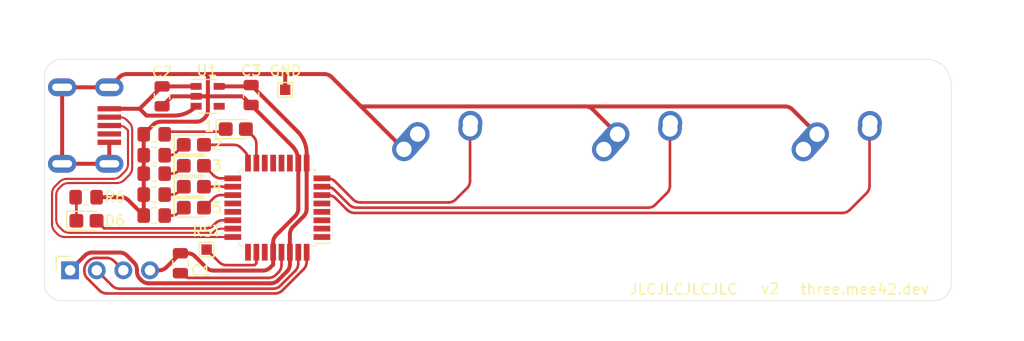
<source format=kicad_pcb>
(kicad_pcb (version 20211014) (generator pcbnew)
  (layers (0 "F.Cu" signal) (31 "B.Cu" signal) (34 "B.Paste" user) (35 "F.Paste" user) (36 "B.SilkS" user "B.Silkscreen") (37 "F.SilkS" user "F.Silkscreen") (38 "B.Mask" user) (39 "F.Mask" user) (44 "Edge.Cuts" user))
  (net 0 "")
  (net 1 "Net-(C1-Pad2)")
  (net 2 "GND")
  (net 3 "+3V3")
  (net 4 "KEY1")
  (net 5 "KEY2")
  (net 6 "KEY3")
  (net 7 "SWDIO")
  (net 8 "SWCLK")
  (net 9 "D+")
  (net 10 "D-")
  (net 16 "/5V")
  (net 21 "Net-(U2-Pad26)")
  (net 22 "LED0")
  (net 23 "LED1")
  (net 24 "LED2")
  (net 25 "LED3")
  (net 26 "LED4")
  (net 27 "LED5")
  (net 30 "Net-(D1-Pad1)")
  (net 31 "Net-(D2-Pad1)")
  (net 32 "Net-(D3-Pad1)")
  (net 33 "Net-(D4-Pad1)")
  (net 34 "Net-(D5-Pad1)")
  (net 35 "Net-(D6-Pad1)")
  (footprint "Capacitor_SMD:C_0805_2012Metric" (layer "F.Cu") (at 104.25 71.05 -90)
    (fp_text reference "C1" (at 0.7 -2 180) (layer "F.SilkS"))
    (fp_text value "1uF")
    (fp_line (start -0.261252 -0.735) (end 0.261252 -0.735) (layer "F.SilkS") (width 0.12))
    (fp_line (start -0.261252 0.735) (end 0.261252 0.735) (layer "F.SilkS") (width 0.12))
    (pad "1" smd roundrect locked (at -0.95 0 270) (size 1 1.45) (layers "F.Cu" "F.Paste" "F.Mask") (net 2 "GND"))
    (pad "2" smd roundrect locked (at 0.95 0 270) (size 1 1.45) (layers "F.Cu" "F.Paste" "F.Mask") (net 1 "Net-(C1-Pad2)"))
  )
  (footprint "Capacitor_SMD:C_0805_2012Metric" (layer "F.Cu") (at 102.5 55.125 -90)
    (fp_text reference "C2" (at -2.325 0 180) (layer "F.SilkS"))
    (fp_text value "1uF")
    (fp_line (start -0.261252 0.735) (end 0.261252 0.735) (layer "F.SilkS") (width 0.12))
    (fp_line (start -0.261252 -0.735) (end 0.261252 -0.735) (layer "F.SilkS") (width 0.12))
    (pad "1" smd roundrect locked (at -0.95 0 270) (size 1 1.45) (layers "F.Cu" "F.Paste" "F.Mask") (net 16 "/5V"))
    (pad "2" smd roundrect locked (at 0.95 0 270) (size 1 1.45) (layers "F.Cu" "F.Paste" "F.Mask") (net 2 "GND"))
  )
  (footprint "Capacitor_SMD:C_0805_2012Metric" (layer "F.Cu") (at 111 55 -90)
    (fp_text reference "C3" (at -2.325 0 180) (layer "F.SilkS"))
    (fp_text value "1uF")
    (fp_line (start -0.261252 0.735) (end 0.261252 0.735) (layer "F.SilkS") (width 0.12))
    (fp_line (start -0.261252 -0.735) (end 0.261252 -0.735) (layer "F.SilkS") (width 0.12))
    (pad "1" smd roundrect locked (at -0.95 0 270) (size 1 1.45) (layers "F.Cu" "F.Paste" "F.Mask") (net 3 "+3V3"))
    (pad "2" smd roundrect locked (at 0.95 0 270) (size 1 1.45) (layers "F.Cu" "F.Paste" "F.Mask") (net 2 "GND"))
  )
  (footprint "LED_SMD:LED_0805_2012Metric_Castellated" (layer "F.Cu") (at 109.5375 58.25)
    (fp_text reference "1" (at -2.5375 -0.25) (layer "F.SilkS"))
    (fp_text value "LED")
    (fp_line (start -1.885 0.91) (end 1 0.91) (layer "F.SilkS") (width 0.12))
    (fp_line (start -1.885 -0.91) (end -1.885 0.91) (layer "F.SilkS") (width 0.12))
    (fp_line (start 1 -0.91) (end -1.885 -0.91) (layer "F.SilkS") (width 0.12))
    (pad "1" smd roundrect locked (at -0.9625 0) (size 1.325 1.3) (layers "F.Cu" "F.Paste" "F.Mask") (roundrect_rratio 0.192308) (net 30 "Net-(D1-Pad1)"))
    (pad "2" smd roundrect locked (at 0.9625 0) (size 1.325 1.3) (layers "F.Cu" "F.Paste" "F.Mask") (roundrect_rratio 0.192308) (net 22 "LED0"))
  )
  (footprint "MX_Alps_Hybrid:MX-1U-NoLED" (layer "F.Cu") (at 129.39 62.724)
    (fp_text reference "MX1")
    (fp_text value "MX-NoLED")
    (pad "" np_thru_hole circle locked (at 5.08 0 48.0996) (size 1.75 1.75) (drill 1.75) (layers *.Cu *.Mask))
    (pad "" np_thru_hole circle locked (at -5.08 0 48.0996) (size 1.75 1.75) (drill 1.75) (layers *.Cu *.Mask))
    (pad "" np_thru_hole circle locked (at 0 0) (size 3.9878 3.9878) (drill 3.9878) (layers *.Cu *.Mask))
    (pad "1" thru_hole oval locked (at -3.81 -2.54 48.0996) (size 4.211556 2.25) (drill 1.47 (offset 0.980778 0)) (layers *.Cu "B.Mask") (net 2 "GND"))
    (pad "1" thru_hole circle locked (at -2.5 -4) (size 2.25 2.25) (drill 1.47) (layers *.Cu "B.Mask") (net 2 "GND"))
    (pad "2" thru_hole oval locked (at 2.5 -4.5 86.0548) (size 2.831378 2.25) (drill 1.47 (offset 0.290689 0)) (layers *.Cu "B.Mask") (net 4 "KEY1"))
    (pad "2" thru_hole circle locked (at 2.54 -5.08) (size 2.25 2.25) (drill 1.47) (layers *.Cu "B.Mask") (net 4 "KEY1"))
  )
  (footprint "MX_Alps_Hybrid:MX-1U-NoLED" (layer "F.Cu") (at 148.463 62.738)
    (fp_text reference "MX2")
    (fp_text value "MX-NoLED")
    (pad "" np_thru_hole circle locked (at 5.08 0 48.0996) (size 1.75 1.75) (drill 1.75) (layers *.Cu *.Mask))
    (pad "" np_thru_hole circle locked (at -5.08 0 48.0996) (size 1.75 1.75) (drill 1.75) (layers *.Cu *.Mask))
    (pad "" np_thru_hole circle locked (at 0 0) (size 3.9878 3.9878) (drill 3.9878) (layers *.Cu *.Mask))
    (pad "1" thru_hole oval locked (at -3.81 -2.54 48.0996) (size 4.211556 2.25) (drill 1.47 (offset 0.980778 0)) (layers *.Cu "B.Mask") (net 2 "GND"))
    (pad "1" thru_hole circle locked (at -2.5 -4) (size 2.25 2.25) (drill 1.47) (layers *.Cu "B.Mask") (net 2 "GND"))
    (pad "2" thru_hole circle locked (at 2.54 -5.08) (size 2.25 2.25) (drill 1.47) (layers *.Cu "B.Mask") (net 5 "KEY2"))
    (pad "2" thru_hole oval locked (at 2.5 -4.5 86.0548) (size 2.831378 2.25) (drill 1.47 (offset 0.290689 0)) (layers *.Cu "B.Mask") (net 5 "KEY2"))
  )
  (footprint "MX_Alps_Hybrid:MX-1U-NoLED" (layer "F.Cu") (at 167.513 62.738)
    (fp_text reference "MX3")
    (fp_text value "MX-NoLED")
    (pad "" np_thru_hole circle locked (at -5.08 0 48.0996) (size 1.75 1.75) (drill 1.75) (layers *.Cu *.Mask))
    (pad "" np_thru_hole circle locked (at 5.08 0 48.0996) (size 1.75 1.75) (drill 1.75) (layers *.Cu *.Mask))
    (pad "" np_thru_hole circle locked (at 0 0) (size 3.9878 3.9878) (drill 3.9878) (layers *.Cu *.Mask))
    (pad "1" thru_hole circle locked (at -2.5 -4) (size 2.25 2.25) (drill 1.47) (layers *.Cu "B.Mask") (net 2 "GND"))
    (pad "1" thru_hole oval locked (at -3.81 -2.54 48.0996) (size 4.211556 2.25) (drill 1.47 (offset 0.980778 0)) (layers *.Cu "B.Mask") (net 2 "GND"))
    (pad "2" thru_hole circle locked (at 2.54 -5.08) (size 2.25 2.25) (drill 1.47) (layers *.Cu "B.Mask") (net 6 "KEY3"))
    (pad "2" thru_hole oval locked (at 2.5 -4.5 86.0548) (size 2.831378 2.25) (drill 1.47 (offset 0.290689 0)) (layers *.Cu "B.Mask") (net 6 "KEY3"))
  )
  (footprint "Resistor_SMD:R_0805_2012Metric_Pad1.20x1.40mm_HandSolder" (layer "F.Cu") (at 101.75 58.75 180)
    (fp_text reference "R1" hide)
    (fp_text value "1.5K")
    (fp_line (start -0.227064 -0.735) (end 0.227064 -0.735) (layer "F.SilkS") (width 0.12))
    (fp_line (start -0.227064 0.735) (end 0.227064 0.735) (layer "F.SilkS") (width 0.12))
    (pad "1" smd roundrect locked (at -1 0 180) (size 1.2 1.4) (layers "F.Cu" "F.Paste" "F.Mask") (roundrect_rratio 0.208333) (net 30 "Net-(D1-Pad1)"))
    (pad "2" smd roundrect locked (at 1 0 180) (size 1.2 1.4) (layers "F.Cu" "F.Paste" "F.Mask") (roundrect_rratio 0.208333) (net 2 "GND"))
  )
  (footprint "Package_TO_SOT_SMD:SOT-23-5" (layer "F.Cu") (at 106.85 55.125)
    (fp_text reference "U1" (at -0.064 -2.45) (layer "F.SilkS"))
    (fp_text value "TLV70033_SOT23-5")
    (fp_line (start 0.9 -1.61) (end -1.55 -1.61) (layer "F.SilkS") (width 0.12))
    (fp_line (start -0.9 1.61) (end 0.9 1.61) (layer "F.SilkS") (width 0.12))
    (pad "1" smd rect locked (at -1.1 -0.95) (size 1.06 0.65) (layers "F.Cu" "F.Paste" "F.Mask") (net 16 "/5V"))
    (pad "2" smd rect locked (at -1.1 0) (size 1.06 0.65) (layers "F.Cu" "F.Paste" "F.Mask") (net 2 "GND"))
    (pad "3" smd rect locked (at -1.1 0.95) (size 1.06 0.65) (layers "F.Cu" "F.Paste" "F.Mask") (net 16 "/5V"))
    (pad "4" smd rect locked (at 1.1 0.95) (size 1.06 0.65) (layers "F.Cu" "F.Paste" "F.Mask"))
    (pad "5" smd rect locked (at 1.1 -0.95) (size 1.06 0.65) (layers "F.Cu" "F.Paste" "F.Mask") (net 3 "+3V3"))
  )
  (footprint "Package_QFP:TQFP-32_7x7mm_P0.8mm" (layer "F.Cu") (at 113.5 65.75 180)
    (fp_text reference "U2" hide)
    (fp_text value "ATSAMD21E17A-A")
    (fp_line (start -3.625 -3.625) (end -3.625 -3.4) (layer "F.SilkS") (width 0.15))
    (fp_line (start 3.625 -3.625) (end 3.3 -3.625) (layer "F.SilkS") (width 0.15))
    (fp_line (start -3.625 3.625) (end -3.3 3.625) (layer "F.SilkS") (width 0.15))
    (fp_line (start -3.625 3.625) (end -3.625 3.3) (layer "F.SilkS") (width 0.15))
    (fp_line (start -3.625 -3.625) (end -3.3 -3.625) (layer "F.SilkS") (width 0.15))
    (fp_line (start -3.625 -3.4) (end -5.05 -3.4) (layer "F.SilkS") (width 0.15))
    (fp_line (start 3.625 3.625) (end 3.3 3.625) (layer "F.SilkS") (width 0.15))
    (fp_line (start 3.625 3.625) (end 3.625 3.3) (layer "F.SilkS") (width 0.15))
    (fp_line (start 3.625 -3.625) (end 3.625 -3.3) (layer "F.SilkS") (width 0.15))
    (pad "1" smd rect locked (at -4.25 -2.8 180) (size 1.6 0.55) (layers "F.Cu" "F.Paste" "F.Mask"))
    (pad "2" smd rect locked (at -4.25 -2 180) (size 1.6 0.55) (layers "F.Cu" "F.Paste" "F.Mask"))
    (pad "3" smd rect locked (at -4.25 -1.2 180) (size 1.6 0.55) (layers "F.Cu" "F.Paste" "F.Mask"))
    (pad "4" smd rect locked (at -4.25 -0.4 180) (size 1.6 0.55) (layers "F.Cu" "F.Paste" "F.Mask"))
    (pad "5" smd rect locked (at -4.25 0.4 180) (size 1.6 0.55) (layers "F.Cu" "F.Paste" "F.Mask"))
    (pad "6" smd rect locked (at -4.25 1.2 180) (size 1.6 0.55) (layers "F.Cu" "F.Paste" "F.Mask") (net 6 "KEY3"))
    (pad "7" smd rect locked (at -4.25 2 180) (size 1.6 0.55) (layers "F.Cu" "F.Paste" "F.Mask") (net 5 "KEY2"))
    (pad "8" smd rect locked (at -4.25 2.8 180) (size 1.6 0.55) (layers "F.Cu" "F.Paste" "F.Mask") (net 4 "KEY1"))
    (pad "9" smd rect locked (at -2.8 4.25 270) (size 1.6 0.55) (layers "F.Cu" "F.Paste" "F.Mask") (net 3 "+3V3"))
    (pad "10" smd rect locked (at -2 4.25 270) (size 1.6 0.55) (layers "F.Cu" "F.Paste" "F.Mask") (net 2 "GND"))
    (pad "11" smd rect locked (at -1.2 4.25 270) (size 1.6 0.55) (layers "F.Cu" "F.Paste" "F.Mask"))
    (pad "12" smd rect locked (at -0.4 4.25 270) (size 1.6 0.55) (layers "F.Cu" "F.Paste" "F.Mask"))
    (pad "13" smd rect locked (at 0.4 4.25 270) (size 1.6 0.55) (layers "F.Cu" "F.Paste" "F.Mask"))
    (pad "14" smd rect locked (at 1.2 4.25 270) (size 1.6 0.55) (layers "F.Cu" "F.Paste" "F.Mask"))
    (pad "15" smd rect locked (at 2 4.25 270) (size 1.6 0.55) (layers "F.Cu" "F.Paste" "F.Mask") (net 22 "LED0"))
    (pad "16" smd rect locked (at 2.8 4.25 270) (size 1.6 0.55) (layers "F.Cu" "F.Paste" "F.Mask") (net 23 "LED1"))
    (pad "17" smd rect locked (at 4.25 2.8 180) (size 1.6 0.55) (layers "F.Cu" "F.Paste" "F.Mask") (net 24 "LED2"))
    (pad "18" smd rect locked (at 4.25 2 180) (size 1.6 0.55) (layers "F.Cu" "F.Paste" "F.Mask") (net 25 "LED3"))
    (pad "19" smd rect locked (at 4.25 1.2 180) (size 1.6 0.55) (layers "F.Cu" "F.Paste" "F.Mask") (net 26 "LED4"))
    (pad "20" smd rect locked (at 4.25 0.4 180) (size 1.6 0.55) (layers "F.Cu" "F.Paste" "F.Mask"))
    (pad "21" smd rect locked (at 4.25 -0.4 180) (size 1.6 0.55) (layers "F.Cu" "F.Paste" "F.Mask"))
    (pad "22" smd rect locked (at 4.25 -1.2 180) (size 1.6 0.55) (layers "F.Cu" "F.Paste" "F.Mask") (net 27 "LED5"))
    (pad "23" smd rect locked (at 4.25 -2 180) (size 1.6 0.55) (layers "F.Cu" "F.Paste" "F.Mask") (net 10 "D-"))
    (pad "24" smd rect locked (at 4.25 -2.8 180) (size 1.6 0.55) (layers "F.Cu" "F.Paste" "F.Mask") (net 9 "D+"))
    (pad "25" smd rect locked (at 2.8 -4.25 270) (size 1.6 0.55) (layers "F.Cu" "F.Paste" "F.Mask"))
    (pad "26" smd rect locked (at 2 -4.25 270) (size 1.6 0.55) (layers "F.Cu" "F.Paste" "F.Mask") (net 21 "Net-(U2-Pad26)"))
    (pad "27" smd rect locked (at 1.2 -4.25 270) (size 1.6 0.55) (layers "F.Cu" "F.Paste" "F.Mask"))
    (pad "28" smd rect locked (at 0.4 -4.25 270) (size 1.6 0.55) (layers "F.Cu" "F.Paste" "F.Mask") (net 2 "GND"))
    (pad "29" smd rect locked (at -0.4 -4.25 270) (size 1.6 0.55) (layers "F.Cu" "F.Paste" "F.Mask") (net 1 "Net-(C1-Pad2)"))
    (pad "30" smd rect locked (at -1.2 -4.25 270) (size 1.6 0.55) (layers "F.Cu" "F.Paste" "F.Mask") (net 3 "+3V3"))
    (pad "31" smd rect locked (at -2 -4.25 270) (size 1.6 0.55) (layers "F.Cu" "F.Paste" "F.Mask") (net 8 "SWCLK"))
    (pad "32" smd rect locked (at -2.8 -4.25 270) (size 1.6 0.55) (layers "F.Cu" "F.Paste" "F.Mask") (net 7 "SWDIO"))
  )
  (footprint "random_parts2:Molex-0548190589" (layer "F.Cu") (at 92.964 57.912)
    (fp_text reference "USB1" hide)
    (fp_text value "Molex-0548190589")
    (pad "1" smd rect locked (at 4.5 1.6) (size 2.25 0.5) (layers "F.Cu" "F.Paste" "F.Mask") (net 2 "GND"))
    (pad "2" smd rect locked (at 4.5 0.8) (size 2.25 0.5) (layers "F.Cu" "F.Paste" "F.Mask"))
    (pad "3" smd rect locked (at 4.5 0) (size 2.25 0.5) (layers "F.Cu" "F.Paste" "F.Mask") (net 9 "D+"))
    (pad "4" smd rect locked (at 4.5 -0.8) (size 2.25 0.5) (layers "F.Cu" "F.Paste" "F.Mask") (net 10 "D-"))
    (pad "5" smd rect locked (at 4.5 -1.6) (size 2.25 0.5) (layers "F.Cu" "F.Paste" "F.Mask") (net 16 "/5V"))
    (pad "6" thru_hole oval locked (at 0 3.65) (size 2.7 1.7) (drill oval 1.9 0.7) (layers *.Cu *.Mask) (net 2 "GND"))
    (pad "6" thru_hole oval locked (at 0 -3.65) (size 2.7 1.7) (drill oval 1.9 0.7) (layers *.Cu *.Mask) (net 2 "GND"))
    (pad "6" thru_hole oval locked (at 4.5 -3.65) (size 2.7 1.7) (drill oval 1.9 0.7) (layers *.Cu *.Mask) (net 2 "GND"))
    (pad "6" thru_hole oval locked (at 4.5 3.65) (size 2.7 1.7) (drill oval 1.9 0.7) (layers *.Cu *.Mask) (net 2 "GND"))
  )
  (footprint "Connector_PinSocket_2.54mm:PinSocket_1x04_P2.54mm_Vertical" (layer "F.Cu") (at 93.726 71.725 90)
    (fp_text reference "J1" hide)
    (fp_text value "Conn_01x04_Male")
    (fp_line (start 1.33 -1.33) (end 1.33 0) (layer "F.SilkS") (width 0.12))
    (fp_line (start 0 -1.33) (end 1.33 -1.33) (layer "F.SilkS") (width 0.12))
    (pad "1" thru_hole rect locked (at 0 0 90) (size 1.7 1.7) (drill 1) (layers *.Cu *.Mask) (net 3 "+3V3"))
    (pad "2" thru_hole oval locked (at 0 2.54 90) (size 1.7 1.7) (drill 1) (layers *.Cu *.Mask) (net 8 "SWCLK"))
    (pad "3" thru_hole oval locked (at 0 5.08 90) (size 1.7 1.7) (drill 1) (layers *.Cu *.Mask) (net 7 "SWDIO"))
    (pad "4" thru_hole oval locked (at 0 7.62 90) (size 1.7 1.7) (drill 1) (layers *.Cu *.Mask) (net 2 "GND"))
  )
  (footprint "LED_SMD:LED_0805_2012Metric_Castellated" (layer "F.Cu") (at 105.5375 63.75)
    (fp_text reference "4" (at 2.2125 0) (layer "F.SilkS"))
    (fp_text value "LED")
    (fp_line (start -1.885 -0.91) (end -1.885 0.91) (layer "F.SilkS") (width 0.12))
    (fp_line (start -1.885 0.91) (end 1 0.91) (layer "F.SilkS") (width 0.12))
    (fp_line (start 1 -0.91) (end -1.885 -0.91) (layer "F.SilkS") (width 0.12))
    (pad "1" smd roundrect (at -0.9625 0) (size 1.325 1.3) (layers "F.Cu" "F.Paste" "F.Mask") (roundrect_rratio 0.192308) (net 33 "Net-(D4-Pad1)"))
    (pad "2" smd roundrect (at 0.9625 0) (size 1.325 1.3) (layers "F.Cu" "F.Paste" "F.Mask") (roundrect_rratio 0.192308) (net 25 "LED3"))
  )
  (footprint "LED_SMD:LED_0805_2012Metric_Castellated" (layer "F.Cu") (at 105.5375 65.75)
    (fp_text reference "5" (at 2.2125 0) (layer "F.SilkS"))
    (fp_text value "LED")
    (fp_line (start -1.885 -0.91) (end -1.885 0.91) (layer "F.SilkS") (width 0.12))
    (fp_line (start -1.885 0.91) (end 1 0.91) (layer "F.SilkS") (width 0.12))
    (fp_line (start 1 -0.91) (end -1.885 -0.91) (layer "F.SilkS") (width 0.12))
    (pad "1" smd roundrect (at -0.9625 0) (size 1.325 1.3) (layers "F.Cu" "F.Paste" "F.Mask") (roundrect_rratio 0.192308) (net 34 "Net-(D5-Pad1)"))
    (pad "2" smd roundrect (at 0.9625 0) (size 1.325 1.3) (layers "F.Cu" "F.Paste" "F.Mask") (roundrect_rratio 0.192308) (net 26 "LED4"))
  )
  (footprint "Resistor_SMD:R_0805_2012Metric_Pad1.20x1.40mm_HandSolder" (layer "F.Cu") (at 95.25 64.75)
    (fp_text reference "R6" (at 2.75 0) (layer "F.SilkS"))
    (fp_text value "1.5K")
    (fp_line (start -0.227064 -0.735) (end 0.227064 -0.735) (layer "F.SilkS") (width 0.12))
    (fp_line (start -0.227064 0.735) (end 0.227064 0.735) (layer "F.SilkS") (width 0.12))
    (pad "1" smd roundrect locked (at -1 0) (size 1.2 1.4) (layers "F.Cu" "F.Paste" "F.Mask") (roundrect_rratio 0.208333) (net 35 "Net-(D6-Pad1)"))
    (pad "2" smd roundrect locked (at 1 0) (size 1.2 1.4) (layers "F.Cu" "F.Paste" "F.Mask") (roundrect_rratio 0.208333) (net 2 "GND"))
  )
  (footprint "LED_SMD:LED_0805_2012Metric_Castellated" (layer "F.Cu") (at 105.5375 59.75)
    (fp_text reference "2" (at 2.2125 0) (layer "F.SilkS"))
    (fp_text value "LED")
    (fp_line (start 1 -0.91) (end -1.885 -0.91) (layer "F.SilkS") (width 0.12))
    (fp_line (start -1.885 -0.91) (end -1.885 0.91) (layer "F.SilkS") (width 0.12))
    (fp_line (start -1.885 0.91) (end 1 0.91) (layer "F.SilkS") (width 0.12))
    (pad "1" smd roundrect locked (at -0.9625 0) (size 1.325 1.3) (layers "F.Cu" "F.Paste" "F.Mask") (roundrect_rratio 0.192308) (net 31 "Net-(D2-Pad1)"))
    (pad "2" smd roundrect locked (at 0.9625 0) (size 1.325 1.3) (layers "F.Cu" "F.Paste" "F.Mask") (roundrect_rratio 0.192308) (net 23 "LED1"))
  )
  (footprint "Resistor_SMD:R_0805_2012Metric_Pad1.20x1.40mm_HandSolder" (layer "F.Cu") (at 101.75 60.75 180)
    (fp_text reference "R2" hide)
    (fp_text value "1.5K")
    (fp_line (start -0.227064 0.735) (end 0.227064 0.735) (layer "F.SilkS") (width 0.12))
    (fp_line (start -0.227064 -0.735) (end 0.227064 -0.735) (layer "F.SilkS") (width 0.12))
    (pad "1" smd roundrect locked (at -1 0 180) (size 1.2 1.4) (layers "F.Cu" "F.Paste" "F.Mask") (roundrect_rratio 0.208333) (net 31 "Net-(D2-Pad1)"))
    (pad "2" smd roundrect locked (at 1 0 180) (size 1.2 1.4) (layers "F.Cu" "F.Paste" "F.Mask") (roundrect_rratio 0.208333) (net 2 "GND"))
  )
  (footprint "Resistor_SMD:R_0805_2012Metric_Pad1.20x1.40mm_HandSolder" (layer "F.Cu") (at 101.75 64.5 180)
    (fp_text reference "R4" hide)
    (fp_text value "1.5K")
    (fp_line (start -0.227064 0.735) (end 0.227064 0.735) (layer "F.SilkS") (width 0.12))
    (fp_line (start -0.227064 -0.735) (end 0.227064 -0.735) (layer "F.SilkS") (width 0.12))
    (pad "1" smd roundrect locked (at -1 0 180) (size 1.2 1.4) (layers "F.Cu" "F.Paste" "F.Mask") (roundrect_rratio 0.208333) (net 33 "Net-(D4-Pad1)"))
    (pad "2" smd roundrect locked (at 1 0 180) (size 1.2 1.4) (layers "F.Cu" "F.Paste" "F.Mask") (roundrect_rratio 0.208333) (net 2 "GND"))
  )
  (footprint "TestPoint:TestPoint_Pad_1.0x1.0mm" (layer "F.Cu") (at 114.25 54.5)
    (fp_text reference "GND" (at 0.025 -1.8) (layer "F.SilkS"))
    (fp_text value "TestPoint")
    (fp_line (start -0.7 0.7) (end -0.7 -0.7) (layer "F.SilkS") (width 0.12))
    (fp_line (start 0.7 0.7) (end -0.7 0.7) (layer "F.SilkS") (width 0.12))
    (fp_line (start 0.7 -0.7) (end 0.7 0.7) (layer "F.SilkS") (width 0.12))
    (fp_line (start -0.7 -0.7) (end 0.7 -0.7) (layer "F.SilkS") (width 0.12))
    (pad "1" smd rect locked (at 0 0) (size 1 1) (layers "F.Cu" "F.Mask") (net 2 "GND"))
  )
  (footprint "TestPoint:TestPoint_Pad_1.0x1.0mm" (layer "F.Cu") (at 106.75 69.75)
    (fp_text reference "RST" (at 0 -1.75) (layer "F.SilkS"))
    (fp_text value "TestPoint")
    (fp_line (start -0.7 -0.7) (end 0.7 -0.7) (layer "F.SilkS") (width 0.12))
    (fp_line (start 0.7 -0.7) (end 0.7 0.7) (layer "F.SilkS") (width 0.12))
    (fp_line (start -0.7 0.7) (end -0.7 -0.7) (layer "F.SilkS") (width 0.12))
    (fp_line (start 0.7 0.7) (end -0.7 0.7) (layer "F.SilkS") (width 0.12))
    (pad "1" smd rect locked (at 0 0) (size 1 1) (layers "F.Cu" "F.Mask") (net 21 "Net-(U2-Pad26)"))
  )
  (footprint "LED_SMD:LED_0805_2012Metric_Castellated" (layer "F.Cu") (at 95.2875 67)
    (fp_text reference "D6" (at 2.7125 0) (layer "F.SilkS"))
    (fp_text value "LED")
    (fp_line (start -1.885 -0.91) (end -1.885 0.91) (layer "F.SilkS") (width 0.12))
    (fp_line (start 1 -0.91) (end -1.885 -0.91) (layer "F.SilkS") (width 0.12))
    (fp_line (start -1.885 0.91) (end 1 0.91) (layer "F.SilkS") (width 0.12))
    (pad "1" smd roundrect locked (at -0.9625 0) (size 1.325 1.3) (layers "F.Cu" "F.Paste" "F.Mask") (roundrect_rratio 0.192308) (net 35 "Net-(D6-Pad1)"))
    (pad "2" smd roundrect locked (at 0.9625 0) (size 1.325 1.3) (layers "F.Cu" "F.Paste" "F.Mask") (roundrect_rratio 0.192308) (net 27 "LED5"))
  )
  (footprint "LED_SMD:LED_0805_2012Metric_Castellated" (layer "F.Cu") (at 105.5375 61.75)
    (fp_text reference "3" (at 2.2125 0) (layer "F.SilkS"))
    (fp_text value "LED")
    (fp_line (start -1.885 -0.91) (end -1.885 0.91) (layer "F.SilkS") (width 0.12))
    (fp_line (start 1 -0.91) (end -1.885 -0.91) (layer "F.SilkS") (width 0.12))
    (fp_line (start -1.885 0.91) (end 1 0.91) (layer "F.SilkS") (width 0.12))
    (pad "1" smd roundrect locked (at -0.9625 0) (size 1.325 1.3) (layers "F.Cu" "F.Paste" "F.Mask") (roundrect_rratio 0.192308) (net 32 "Net-(D3-Pad1)"))
    (pad "2" smd roundrect locked (at 0.9625 0) (size 1.325 1.3) (layers "F.Cu" "F.Paste" "F.Mask") (roundrect_rratio 0.192308) (net 24 "LED2"))
  )
  (footprint "Resistor_SMD:R_0805_2012Metric_Pad1.20x1.40mm_HandSolder" (layer "F.Cu") (at 101.75 66.5 180)
    (fp_text reference "R5" hide)
    (fp_text value "1.5K")
    (fp_line (start -0.227064 0.735) (end 0.227064 0.735) (layer "F.SilkS") (width 0.12))
    (fp_line (start -0.227064 -0.735) (end 0.227064 -0.735) (layer "F.SilkS") (width 0.12))
    (pad "1" smd roundrect locked (at -1 0 180) (size 1.2 1.4) (layers "F.Cu" "F.Paste" "F.Mask") (roundrect_rratio 0.208333) (net 34 "Net-(D5-Pad1)"))
    (pad "2" smd roundrect locked (at 1 0 180) (size 1.2 1.4) (layers "F.Cu" "F.Paste" "F.Mask") (roundrect_rratio 0.208333) (net 2 "GND"))
  )
  (footprint "Resistor_SMD:R_0805_2012Metric_Pad1.20x1.40mm_HandSolder" (layer "F.Cu") (at 101.75 62.5 180)
    (fp_text reference "R3" hide)
    (fp_text value "1.5K")
    (fp_line (start -0.227064 0.735) (end 0.227064 0.735) (layer "F.SilkS") (width 0.12))
    (fp_line (start -0.227064 -0.735) (end 0.227064 -0.735) (layer "F.SilkS") (width 0.12))
    (pad "1" smd roundrect locked (at -1 0 180) (size 1.2 1.4) (layers "F.Cu" "F.Paste" "F.Mask") (roundrect_rratio 0.208333) (net 32 "Net-(D3-Pad1)"))
    (pad "2" smd roundrect locked (at 1 0 180) (size 1.2 1.4) (layers "F.Cu" "F.Paste" "F.Mask") (roundrect_rratio 0.208333) (net 2 "GND"))
  )
  (gr_line (start 177.8 53.975) (end 177.8 73.025) (layer "Edge.Cuts") (width 0.05))
  (gr_line (start 175.41875 51.59375) (end 92.86875 51.59375) (layer "Edge.Cuts") (width 0.05))
  (gr_line (start 91.28125 53.18125) (end 91.28125 73.025) (layer "Edge.Cuts") (width 0.05))
  (gr_line (start 92.86875 74.6125) (end 176.2125 74.6125) (layer "Edge.Cuts") (width 0.05))
  (gr_arc (start 177.8 73.025) (mid 177.335032 74.147532) (end 176.2125 74.6125) (layer "Edge.Cuts") (width 0.05))
  (gr_arc (start 175.41875 51.59375) (mid 177.102548 52.291202) (end 177.8 53.975) (layer "Edge.Cuts") (width 0.05))
  (gr_arc (start 91.28125 53.18125) (mid 91.746218 52.058718) (end 92.86875 51.59375) (layer "Edge.Cuts") (width 0.05))
  (gr_arc (start 92.86875 74.6125) (mid 91.746218 74.147532) (end 91.28125 73.025) (layer "Edge.Cuts") (width 0.05))
  (gr_text "v2\n\n" (at 160.528 74.295) (layer "F.SilkS") (effects (font (size 1 1))))
  (gr_text "three.mee42.dev" (at 169.545 73.533) (layer "F.SilkS") (effects (font (size 1 1))))
  (gr_text "JLCJLCJLCJLC" (at 152.273 73.533) (layer "F.SilkS") (effects (font (size 1 1))))
  (segment (start 104.25 72) (end 104.405098 72.155098) (width 0.254) (layer "F.Cu") (net 1))
  (segment (start 113.607107 71.916739) (end 113.368748 72.155098) (width 0.254) (layer "F.Cu") (net 1))
  (segment (start 113.9 70) (end 113.9 71.209632) (width 0.254) (layer "F.Cu") (net 1))
  (segment (start 105.112205 72.447991) (end 112.661641 72.447991) (width 0.254) (layer "F.Cu") (net 1))
  (arc (start 113.368748 72.155098) (mid 113.044325 72.371871) (end 112.661641 72.447991) (width 0.254) (layer "F.Cu") (net 1))
  (arc (start 105.112205 72.447991) (mid 104.729522 72.371871) (end 104.405098 72.155098) (width 0.254) (layer "F.Cu") (net 1))
  (arc (start 113.9 71.209632) (mid 113.82388 71.592316) (end 113.607107 71.916739) (width 0.254) (layer "F.Cu") (net 1))
  (segment (start 102.5 56.075) (end 103.45 55.125) (width 0.381) (layer "F.Cu") (net 2))
  (segment (start 130.089394 56.089394) (end 121.485394 56.089394) (width 0.381) (layer "F.Cu") (net 2))
  (segment (start 97.464 54.262) (end 92.964 54.262) (width 0.381) (layer "F.Cu") (net 2))
  (segment (start 107 53) (end 99.140214 53) (width 0.381) (layer "F.Cu") (net 2))
  (segment (start 130.089394 56.089394) (end 142.660606 56.089394) (width 0.381) (layer "F.Cu") (net 2))
  (segment (start 102.917893 71.432107) (end 104.25 70.1) (width 0.381) (layer "F.Cu") (net 2))
  (segment (start 100.75 60.5) (end 100.75 62.5) (width 0.381) (layer "F.Cu") (net 2))
  (segment (start 101.346 71.725) (end 102.210786 71.725) (width 0.381) (layer "F.Cu") (net 2))
  (segment (start 99.292893 65.042893) (end 100.75 66.5) (width 0.381) (layer "F.Cu") (net 2))
  (segment (start 92.964 61.562) (end 97.464 61.562) (width 0.381) (layer "F.Cu") (net 2))
  (segment (start 98.433107 53.292893) (end 97.464 54.262) (width 0.381) (layer "F.Cu") (net 2))
  (segment (start 142.660606 56.089394) (end 161.95018 56.089394) (width 0.381) (layer "F.Cu") (net 2))
  (segment (start 106.875 55.125) (end 110.175 55.125) (width 0.381) (layer "F.Cu") (net 2))
  (segment (start 108.5 53) (end 114.25 53) (width 0.381) (layer "F.Cu") (net 2))
  (segment (start 107 53) (end 108.5 53) (width 0.381) (layer "F.Cu") (net 2))
  (segment (start 113.1 70) (end 113.1 71.181) (width 0.381) (layer "F.Cu") (net 2))
  (segment (start 121.485394 56.089394) (end 121.448 56.052) (width 0.381) (layer "F.Cu") (net 2))
  (segment (start 113.1 71.181) (end 112.823893 71.457107) (width 0.381) (layer "F.Cu") (net 2))
  (segment (start 113.1 69.071661) (end 113.1 70) (width 0.381) (layer "F.Cu") (net 2))
  (segment (start 111 55.95) (end 114.914214 59.864214) (width 0.381) (layer "F.Cu") (net 2))
  (segment (start 114.25 53) (end 117.981786 53) (width 0.381) (layer "F.Cu") (net 2))
  (segment (start 106.875 55.125) (end 106.875 53.125) (width 0.381) (layer "F.Cu") (net 2))
  (segment (start 121.448 56.052) (end 125.58 60.184) (width 0.381) (layer "F.Cu") (net 2))
  (segment (start 114.25 54.5) (end 114.25 53) (width 0.381) (layer "F.Cu") (net 2))
  (segment (start 102.368674 57.54554) (end 105.790246 57.54554) (width 0.381) (layer "F.Cu") (net 2))
  (segment (start 92.964 54.262) (end 92.964 61.562) (width 0.381) (layer "F.Cu") (net 2))
  (segment (start 106.875 56.460786) (end 106.875 55.125) (width 0.381) (layer "F.Cu") (net 2))
  (segment (start 142.660606 56.089394) (end 142.90018 56.089394) (width 0.381) (layer "F.Cu") (net 2))
  (segment (start 100.75 58.5) (end 100.75 60.5) (width 0.381) (layer "F.Cu") (net 2))
  (segment (start 105.75 55.125) (end 106.661 55.125) (width 0.381) (layer "F.Cu") (net 2))
  (segment (start 103.45 55.125) (end 105.75 55.125) (width 0.381) (layer "F.Cu") (net 2))
  (segment (start 104.935786 70.1) (end 104.25 70.1) (width 0.381) (layer "F.Cu") (net 2))
  (segment (start 115.5 61.5) (end 115.5 65.843233) (width 0.381) (layer "F.Cu") (net 2))
  (segment (start 100.75 58.75) (end 101.661567 57.838433) (width 0.381) (layer "F.Cu") (net 2))
  (segment (start 96.25 64.75) (end 98.585786 64.75) (width 0.381) (layer "F.Cu") (net 2))
  (segment (start 106.875 53.125) (end 107 53) (width 0.381) (layer "F.Cu") (net 2))
  (segment (start 100.75 66.5) (end 100.75 64.5) (width 0.381) (layer "F.Cu") (net 2))
  (segment (start 106.497353 57.252647) (end 106.582107 57.167893) (width 0.381) (layer "F.Cu") (net 2))
  (segment (start 143.607287 56.382287) (end 145.963 58.738) (width 0.381) (layer "F.Cu") (net 2))
  (segment (start 100.75 64.5) (end 100.75 62.5) (width 0.381) (layer "F.Cu") (net 2))
  (segment (start 97.464 59.512) (end 97.464 61.562) (width 0.381) (layer "F.Cu") (net 2))
  (segment (start 110.175 55.125) (end 111 55.95) (width 0.381) (layer "F.Cu") (net 2))
  (segment (start 115.207107 66.55034) (end 113.392893 68.364554) (width 0.381) (layer "F.Cu") (net 2))
  (segment (start 115.5 61.278427) (end 115.5 61.5) (width 0.381) (layer "F.Cu") (net 2))
  (segment (start 106.707107 71.457107) (end 105.642893 70.392893) (width 0.381) (layer "F.Cu") (net 2))
  (segment (start 112.116786 71.75) (end 107.414214 71.75) (width 0.381) (layer "F.Cu") (net 2))
  (segment (start 118.688893 53.292893) (end 121.448 56.052) (width 0.381) (layer "F.Cu") (net 2))
  (segment (start 162.657287 56.382287) (end 165.013 58.738) (width 0.381) (layer "F.Cu") (net 2))
  (segment (start 105.75 55.125) (end 106.875 55.125) (width 0.381) (layer "F.Cu") (net 2))
  (arc (start 99.140214 53) (mid 98.757531 53.07612) (end 98.433107 53.292893) (width 0.381) (layer "F.Cu") (net 2))
  (arc (start 162.657287 56.382287) (mid 162.332864 56.165514) (end 161.95018 56.089394) (width 0.381) (layer "F.Cu") (net 2))
  (arc (start 102.210786 71.725) (mid 102.593469 71.64888) (end 102.917893 71.432107) (width 0.381) (layer "F.Cu") (net 2))
  (arc (start 115.5 65.843233) (mid 115.42388 66.225916) (end 115.207107 66.55034) (width 0.381) (layer "F.Cu") (net 2))
  (arc (start 106.875 56.460786) (mid 106.79888 56.843469) (end 106.582107 57.167893) (width 0.381) (layer "F.Cu") (net 2))
  (arc (start 99.292893 65.042893) (mid 98.96847 64.82612) (end 98.585786 64.75) (width 0.381) (layer "F.Cu") (net 2))
  (arc (start 118.688893 53.292893) (mid 118.36447 53.07612) (end 117.981786 53) (width 0.381) (layer "F.Cu") (net 2))
  (arc (start 112.116786 71.75) (mid 112.499469 71.67388) (end 112.823893 71.457107) (width 0.381) (layer "F.Cu") (net 2))
  (arc (start 114.914214 59.864214) (mid 115.347759 60.51306) (end 115.5 61.278427) (width 0.381) (layer "F.Cu") (net 2))
  (arc (start 105.790246 57.54554) (mid 106.172929 57.46942) (end 106.497353 57.252647) (width 0.381) (layer "F.Cu") (net 2))
  (arc (start 102.368674 57.54554) (mid 101.985991 57.62166) (end 101.661567 57.838433) (width 0.381) (layer "F.Cu") (net 2))
  (arc (start 105.642893 70.392893) (mid 105.31847 70.17612) (end 104.935786 70.1) (width 0.381) (layer "F.Cu") (net 2))
  (arc (start 113.1 69.071661) (mid 113.17612 68.688978) (end 113.392893 68.364554) (width 0.381) (layer "F.Cu") (net 2))
  (arc (start 107.414214 71.75) (mid 107.031531 71.67388) (end 106.707107 71.457107) (width 0.381) (layer "F.Cu") (net 2))
  (arc (start 143.607287 56.382287) (mid 143.282864 56.165514) (end 142.90018 56.089394) (width 0.381) (layer "F.Cu") (net 2))
  (segment (start 110.875 54.175) (end 111 54.05) (width 0.381) (layer "F.Cu") (net 3))
  (segment (start 116.007107 66.57132) (end 114.992893 67.585534) (width 0.381) (layer "F.Cu") (net 3))
  (segment (start 114.7 71.140808) (end 114.7 70) (width 0.381) (layer "F.Cu") (net 3))
  (segment (start 114.7 69.755022) (end 114.7 70.810044) (width 0.381) (layer "F.Cu") (net 3))
  (segment (start 100.105989 71.839255) (end 100.105989 71.685562) (width 0.381) (layer "F.Cu") (net 3))
  (segment (start 116.3 61.5) (end 116.3 65.864213) (width 0.381) (layer "F.Cu") (net 3))
  (segment (start 107.95 54.175) (end 110.875 54.175) (width 0.381) (layer "F.Cu") (net 3))
  (segment (start 95.126637 70.324363) (end 93.726 71.725) (width 0.381) (layer "F.Cu") (net 3))
  (segment (start 114.407107 71.847915) (end 113.582904 72.672118) (width 0.381) (layer "F.Cu") (net 3))
  (segment (start 100.524638 72.672118) (end 100.398882 72.546362) (width 0.381) (layer "F.Cu") (net 3))
  (segment (start 114.7 68.292641) (end 114.7 70) (width 0.381) (layer "F.Cu") (net 3))
  (segment (start 98.451897 70.03147) (end 95.833744 70.03147) (width 0.381) (layer "F.Cu") (net 3))
  (segment (start 112.875797 72.965011) (end 101.231745 72.965011) (width 0.381) (layer "F.Cu") (net 3))
  (segment (start 99.813096 70.978455) (end 99.159004 70.324363) (width 0.381) (layer "F.Cu") (net 3))
  (segment (start 111 54.05) (end 115.421321 58.471321) (width 0.381) (layer "F.Cu") (net 3))
  (segment (start 116.3 60.592641) (end 116.3 61.5) (width 0.381) (layer "F.Cu") (net 3))
  (arc (start 99.813096 70.978455) (mid 100.029869 71.302878) (end 100.105989 71.685562) (width 0.381) (layer "F.Cu") (net 3))
  (arc (start 116.3 60.592641) (mid 116.071639 59.444591) (end 115.421321 58.471321) (width 0.381) (layer "F.Cu") (net 3))
  (arc (start 99.159004 70.324363) (mid 98.834581 70.10759) (end 98.451897 70.03147) (width 0.381) (layer "F.Cu") (net 3))
  (arc (start 95.833744 70.03147) (mid 95.451061 70.10759) (end 95.126637 70.324363) (width 0.381) (layer "F.Cu") (net 3))
  (arc (start 101.231745 72.965011) (mid 100.849062 72.888891) (end 100.524638 72.672118) (width 0.381) (layer "F.Cu") (net 3))
  (arc (start 116.3 65.864213) (mid 116.22388 66.246896) (end 116.007107 66.57132) (width 0.381) (layer "F.Cu") (net 3))
  (arc (start 113.582904 72.672118) (mid 113.258481 72.888891) (end 112.875797 72.965011) (width 0.381) (layer "F.Cu") (net 3))
  (arc (start 100.105989 71.839255) (mid 100.182109 72.221938) (end 100.398882 72.546362) (width 0.381) (layer "F.Cu") (net 3))
  (arc (start 114.7 71.140808) (mid 114.62388 71.523491) (end 114.407107 71.847915) (width 0.381) (layer "F.Cu") (net 3))
  (arc (start 114.992893 67.585534) (mid 114.77612 67.909957) (end 114.7 68.292641) (width 0.381) (layer "F.Cu") (net 3))
  (segment (start 131.89 58.224) (end 131.89 63.186661) (width 0.254) (layer "F.Cu") (net 4))
  (segment (start 131.597107 63.893768) (end 130.533768 64.957107) (width 0.254) (layer "F.Cu") (net 4))
  (segment (start 118.294911 62.95) (end 117.75 62.95) (width 0.254) (layer "F.Cu") (net 4))
  (segment (start 129.826661 65.25) (end 121.423339 65.25) (width 0.254) (layer "F.Cu") (net 4))
  (segment (start 120.716232 64.957107) (end 119.002018 63.242893) (width 0.254) (layer "F.Cu") (net 4))
  (arc (start 131.597107 63.893768) (mid 131.81388 63.569345) (end 131.89 63.186661) (width 0.254) (layer "F.Cu") (net 4))
  (arc (start 130.533768 64.957107) (mid 130.209345 65.17388) (end 129.826661 65.25) (width 0.254) (layer "F.Cu") (net 4))
  (arc (start 121.423339 65.25) (mid 121.040656 65.17388) (end 120.716232 64.957107) (width 0.254) (layer "F.Cu") (net 4))
  (arc (start 118.294911 62.95) (mid 118.677594 63.02612) (end 119.002018 63.242893) (width 0.254) (layer "F.Cu") (net 4))
  (segment (start 150.670107 64.367248) (end 149.580248 65.457107) (width 0.254) (layer "F.Cu") (net 5))
  (segment (start 148.873141 65.75) (end 121.054881 65.75) (width 0.254) (layer "F.Cu") (net 5))
  (segment (start 120.347774 65.457107) (end 118.93356 64.042893) (width 0.254) (layer "F.Cu") (net 5))
  (segment (start 118.226453 63.75) (end 117.75 63.75) (width 0.254) (layer "F.Cu") (net 5))
  (segment (start 150.963 58.238) (end 150.963 63.660141) (width 0.254) (layer "F.Cu") (net 5))
  (arc (start 148.873141 65.75) (mid 149.255824 65.67388) (end 149.580248 65.457107) (width 0.254) (layer "F.Cu") (net 5))
  (arc (start 150.963 63.660141) (mid 150.88688 64.042824) (end 150.670107 64.367248) (width 0.254) (layer "F.Cu") (net 5))
  (arc (start 121.054881 65.75) (mid 120.672198 65.67388) (end 120.347774 65.457107) (width 0.254) (layer "F.Cu") (net 5))
  (arc (start 118.93356 64.042893) (mid 118.609137 63.82612) (end 118.226453 63.75) (width 0.254) (layer "F.Cu") (net 5))
  (segment (start 167.419621 66.25) (end 120.867027 66.25) (width 0.254) (layer "F.Cu") (net 6))
  (segment (start 170.013 58.238) (end 170.013 63.656621) (width 0.254) (layer "F.Cu") (net 6))
  (segment (start 120.15992 65.957107) (end 119.045706 64.842893) (width 0.254) (layer "F.Cu") (net 6))
  (segment (start 118.338599 64.55) (end 117.75 64.55) (width 0.254) (layer "F.Cu") (net 6))
  (segment (start 169.720107 64.363728) (end 168.126728 65.957107) (width 0.254) (layer "F.Cu") (net 6))
  (arc (start 170.013 63.656621) (mid 169.93688 64.039304) (end 169.720107 64.363728) (width 0.254) (layer "F.Cu") (net 6))
  (arc (start 120.867027 66.25) (mid 120.484344 66.17388) (end 120.15992 65.957107) (width 0.254) (layer "F.Cu") (net 6))
  (arc (start 167.419621 66.25) (mid 167.802304 66.17388) (end 168.126728 65.957107) (width 0.254) (layer "F.Cu") (net 6))
  (arc (start 118.338599 64.55) (mid 118.721282 64.62612) (end 119.045706 64.842893) (width 0.254) (layer "F.Cu") (net 6))
  (segment (start 116.007107 71.620465) (end 113.984915 73.642657) (width 0.254) (layer "F.Cu") (net 7))
  (segment (start 116.3 70) (end 116.3 70.913358) (width 0.254) (layer "F.Cu") (net 7))
  (segment (start 113.277808 73.93555) (end 97.226925 73.93555) (width 0.254) (layer "F.Cu") (net 7))
  (segment (start 95.089489 71.651886) (end 95.089489 71.798114) (width 0.254) (layer "F.Cu") (net 7))
  (segment (start 95.485779 70.841382) (end 95.382382 70.944779) (width 0.254) (layer "F.Cu") (net 7))
  (segment (start 98.806 71.725) (end 97.922382 70.841382) (width 0.254) (layer "F.Cu") (net 7))
  (segment (start 95.382382 72.505221) (end 96.519818 73.642657) (width 0.254) (layer "F.Cu") (net 7))
  (segment (start 97.215275 70.548489) (end 96.192886 70.548489) (width 0.254) (layer "F.Cu") (net 7))
  (arc (start 113.277808 73.93555) (mid 113.660491 73.85943) (end 113.984915 73.642657) (width 0.254) (layer "F.Cu") (net 7))
  (arc (start 95.089489 71.651886) (mid 95.165609 71.269203) (end 95.382382 70.944779) (width 0.254) (layer "F.Cu") (net 7))
  (arc (start 97.215275 70.548489) (mid 97.597958 70.624609) (end 97.922382 70.841382) (width 0.254) (layer "F.Cu") (net 7))
  (arc (start 97.226925 73.93555) (mid 96.844242 73.85943) (end 96.519818 73.642657) (width 0.254) (layer "F.Cu") (net 7))
  (arc (start 95.089489 71.798114) (mid 95.165609 72.180797) (end 95.382382 72.505221) (width 0.254) (layer "F.Cu") (net 7))
  (arc (start 116.3 70.913358) (mid 116.22388 71.296041) (end 116.007107 71.620465) (width 0.254) (layer "F.Cu") (net 7))
  (arc (start 96.192886 70.548489) (mid 95.810203 70.624609) (end 95.485779 70.841382) (width 0.254) (layer "F.Cu") (net 7))
  (segment (start 96.266 71.725) (end 97.730137 73.189137) (width 0.254) (layer "F.Cu") (net 8))
  (segment (start 113.089954 73.48203) (end 98.437244 73.48203) (width 0.254) (layer "F.Cu") (net 8))
  (segment (start 115.5 70) (end 115.5 71.071984) (width 0.254) (layer "F.Cu") (net 8))
  (segment (start 115.207107 71.779091) (end 113.797061 73.189137) (width 0.254) (layer "F.Cu") (net 8))
  (arc (start 98.437244 73.48203) (mid 98.054561 73.40591) (end 97.730137 73.189137) (width 0.254) (layer "F.Cu") (net 8))
  (arc (start 115.207107 71.779091) (mid 115.42388 71.454668) (end 115.5 71.071984) (width 0.254) (layer "F.Cu") (net 8))
  (arc (start 113.089954 73.48203) (mid 113.472637 73.40591) (end 113.797061 73.189137) (width 0.254) (layer "F.Cu") (net 8))
  (segment (start 99.25 58.373) (end 99.25 61.585786) (width 0.2) (layer "F.Cu") (net 9))
  (segment (start 92 64.414214) (end 92 67.335786) (width 0.2) (layer "F.Cu") (net 9))
  (segment (start 92.292893 68.042893) (end 92.507107 68.257107) (width 0.2) (layer "F.Cu") (net 9))
  (segment (start 97.835786 63) (end 93.414214 63) (width 0.2) (layer "F.Cu") (net 9))
  (segment (start 93.214214 68.55) (end 109.25 68.55) (width 0.2) (layer "F.Cu") (net 9))
  (segment (start 97.464 57.912) (end 98.374786 57.912) (width 0.2) (layer "F.Cu") (net 9))
  (segment (start 98.957107 62.292893) (end 98.542893 62.707107) (width 0.2) (layer "F.Cu") (net 9))
  (segment (start 92.707107 63.292893) (end 92.292893 63.707107) (width 0.2) (layer "F.Cu") (net 9))
  (segment (start 99.081893 58.204893) (end 99.25 58.373) (width 0.2) (layer "F.Cu") (net 9))
  (arc (start 97.835786 63) (mid 98.218469 62.92388) (end 98.542893 62.707107) (width 0.2) (layer "F.Cu") (net 9))
  (arc (start 99.25 61.585786) (mid 99.17388 61.968469) (end 98.957107 62.292893) (width 0.2) (layer "F.Cu") (net 9))
  (arc (start 92.507107 68.257107) (mid 92.83153 68.47388) (end 93.214214 68.55) (width 0.2) (layer "F.Cu") (net 9))
  (arc (start 92.292893 68.042893) (mid 92.07612 67.71847) (end 92 67.335786) (width 0.2) (layer "F.Cu") (net 9))
  (arc (start 99.081893 58.204893) (mid 98.75747 57.98812) (end 98.374786 57.912) (width 0.2) (layer "F.Cu") (net 9))
  (arc (start 92 64.414214) (mid 92.07612 64.031531) (end 92.292893 63.707107) (width 0.2) (layer "F.Cu") (net 9))
  (arc (start 93.414214 63) (mid 93.031531 63.07612) (end 92.707107 63.292893) (width 0.2) (layer "F.Cu") (net 9))
  (segment (start 99.154893 57.404893) (end 99.356627 57.606627) (width 0.2) (layer "F.Cu") (net 10))
  (segment (start 92.39952 64.5797) (end 92.39952 66.885786) (width 0.2) (layer "F.Cu") (net 10))
  (segment (start 108.164214 67.75) (end 109.25 67.75) (width 0.2) (layer "F.Cu") (net 10))
  (segment (start 99.356627 62.643373) (end 98.893373 63.106627) (width 0.2) (layer "F.Cu") (net 10))
  (segment (start 99.64952 58.313734) (end 99.64952 61.936266) (width 0.2) (layer "F.Cu") (net 10))
  (segment (start 92.872593 63.692413) (end 92.692413 63.872593) (width 0.2) (layer "F.Cu") (net 10))
  (segment (start 98.186266 63.39952) (end 93.5797 63.39952) (width 0.2) (layer "F.Cu") (net 10))
  (segment (start 93.664214 68.15048) (end 107.34952 68.15048) (width 0.2) (layer "F.Cu") (net 10))
  (segment (start 92.692413 67.592893) (end 92.957107 67.857587) (width 0.2) (layer "F.Cu") (net 10))
  (segment (start 107.34952 68.15048) (end 107.457107 68.042893) (width 0.2) (layer "F.Cu") (net 10))
  (arc (start 92.692413 63.872593) (mid 92.47564 64.197016) (end 92.39952 64.5797) (width 0.2) (layer "F.Cu") (net 10))
  (arc (start 98.447786 57.112) (mid 98.830469 57.18812) (end 99.154893 57.404893) (width 0.2) (layer "F.Cu") (net 10))
  (arc (start 99.64952 58.313734) (mid 99.5734 57.931051) (end 99.356627 57.606627) (width 0.2) (layer "F.Cu") (net 10))
  (arc (start 107.457107 68.042893) (mid 107.78153 67.82612) (end 108.164214 67.75) (width 0.2) (layer "F.Cu") (net 10))
  (arc (start 98.893373 63.106627) (mid 98.56895 63.3234) (end 98.186266 63.39952) (width 0.2) (layer "F.Cu") (net 10))
  (arc (start 92.39952 66.885786) (mid 92.47564 67.268469) (end 92.692413 67.592893) (width 0.2) (layer "F.Cu") (net 10))
  (arc (start 92.957107 67.857587) (mid 93.281531 68.07436) (end 93.664214 68.15048) (width 0.2) (layer "F.Cu") (net 10))
  (arc (start 99.64952 61.936266) (mid 99.5734 62.318949) (end 99.356627 62.643373) (width 0.2) (layer "F.Cu") (net 10))
  (arc (start 93.5797 63.39952) (mid 93.197017 63.47564) (end 92.872593 63.692413) (width 0.2) (layer "F.Cu") (net 10))
  (segment (start 100.363 56.312) (end 97.464 56.312) (width 0.381) (layer "F.Cu") (net 16))
  (segment (start 102.5 54.175) (end 100.363 56.312) (width 0.381) (layer "F.Cu") (net 16))
  (segment (start 101.01602 56.96502) (end 100.363 56.312) (width 0.381) (layer "F.Cu") (net 16))
  (segment (start 102.5 54.175) (end 105.75 54.175) (width 0.381) (layer "F.Cu") (net 16))
  (segment (start 105.75 56.075) (end 105.738659 56.086341) (width 0.381) (layer "F.Cu") (net 16))
  (segment (start 103.617339 56.96502) (end 101.01602 56.96502) (width 0.381) (layer "F.Cu") (net 16))
  (arc (start 105.738659 56.086341) (mid 104.765389 56.736659) (end 103.617339 56.96502) (width 0.381) (layer "F.Cu") (net 16))
  (segment (start 107.940087 70.940087) (end 106.75 69.75) (width 0.254) (layer "F.Cu") (net 21))
  (segment (start 111.32102 71.23298) (end 108.647194 71.23298) (width 0.254) (layer "F.Cu") (net 21))
  (segment (start 111.5 70) (end 111.5 71.054) (width 0.254) (layer "F.Cu") (net 21))
  (segment (start 111.5 71.054) (end 111.32102 71.23298) (width 0.254) (layer "F.Cu") (net 21))
  (arc (start 107.940087 70.940087) (mid 108.26451 71.15686) (end 108.647194 71.23298) (width 0.254) (layer "F.Cu") (net 21))
  (segment (start 111.5 59.664214) (end 111.5 61.5) (width 0.254) (layer "F.Cu") (net 22))
  (segment (start 110.5 58.25) (end 111.207107 58.957107) (width 0.254) (layer "F.Cu") (net 22))
  (arc (start 111.207107 58.957107) (mid 111.42388 59.28153) (end 111.5 59.664214) (width 0.254) (layer "F.Cu") (net 22))
  (segment (start 110.7 61.5) (end 110.7 61.114214) (width 0.254) (layer "F.Cu") (net 23))
  (segment (start 109.335786 59.75) (end 106.5 59.75) (width 0.254) (layer "F.Cu") (net 23))
  (segment (start 110.407107 60.407107) (end 110.042893 60.042893) (width 0.254) (layer "F.Cu") (net 23))
  (arc (start 109.335786 59.75) (mid 109.718469 59.82612) (end 110.042893 60.042893) (width 0.254) (layer "F.Cu") (net 23))
  (arc (start 110.7 61.114214) (mid 110.62388 60.731531) (end 110.407107 60.407107) (width 0.254) (layer "F.Cu") (net 23))
  (segment (start 109.25 62.95) (end 108.114214 62.95) (width 0.254) (layer "F.Cu") (net 24))
  (segment (start 107.407107 62.657107) (end 106.5 61.75) (width 0.254) (layer "F.Cu") (net 24))
  (arc (start 108.114214 62.95) (mid 107.731531 62.87388) (end 107.407107 62.657107) (width 0.254) (layer "F.Cu") (net 24))
  (segment (start 106.5 63.75) (end 109.25 63.75) (width 0.254) (layer "F.Cu") (net 25))
  (segment (start 106.5 65.75) (end 107.407107 64.842893) (width 0.254) (layer "F.Cu") (net 26))
  (segment (start 108.114214 64.55) (end 109.25 64.55) (width 0.254) (layer "F.Cu") (net 26))
  (arc (start 108.114214 64.55) (mid 107.731531 64.62612) (end 107.407107 64.842893) (width 0.254) (layer "F.Cu") (net 26))
  (segment (start 106.697612 67.72396) (end 96.97396 67.72396) (width 0.254) (layer "F.Cu") (net 27))
  (segment (start 107.592893 67.242893) (end 107.404719 67.431067) (width 0.254) (layer "F.Cu") (net 27))
  (segment (start 96.97396 67.72396) (end 96.25 67) (width 0.254) (layer "F.Cu") (net 27))
  (segment (start 109.25 66.95) (end 108.3 66.95) (width 0.254) (layer "F.Cu") (net 27))
  (arc (start 108.3 66.95) (mid 107.917317 67.02612) (end 107.592893 67.242893) (width 0.254) (layer "F.Cu") (net 27))
  (arc (start 107.404719 67.431067) (mid 107.080296 67.64784) (end 106.697612 67.72396) (width 0.254) (layer "F.Cu") (net 27))
  (segment (start 102.75 58.5) (end 108.575 58.5) (width 0.254) (layer "F.Cu") (net 30))
  (segment (start 102.75 60.75) (end 103.160786 60.75) (width 0.254) (layer "F.Cu") (net 31))
  (segment (start 103.867893 60.457107) (end 104.575 59.75) (width 0.254) (layer "F.Cu") (net 31))
  (arc (start 103.867893 60.457107) (mid 103.54347 60.67388) (end 103.160786 60.75) (width 0.254) (layer "F.Cu") (net 31))
  (segment (start 104.117893 62.207107) (end 104.575 61.75) (width 0.254) (layer "F.Cu") (net 32))
  (segment (start 102.75 62.5) (end 103.410786 62.5) (width 0.254) (layer "F.Cu") (net 32))
  (arc (start 103.410786 62.5) (mid 103.793469 62.42388) (end 104.117893 62.207107) (width 0.254) (layer "F.Cu") (net 32))
  (segment (start 102.75 64.5) (end 103.410786 64.5) (width 0.254) (layer "F.Cu") (net 33))
  (segment (start 104.117893 64.207107) (end 104.575 63.75) (width 0.254) (layer "F.Cu") (net 33))
  (arc (start 103.410786 64.5) (mid 103.793469 64.42388) (end 104.117893 64.207107) (width 0.254) (layer "F.Cu") (net 33))
  (segment (start 104.117893 66.207107) (end 104.575 65.75) (width 0.254) (layer "F.Cu") (net 34))
  (segment (start 102.75 66.5) (end 103.410786 66.5) (width 0.254) (layer "F.Cu") (net 34))
  (arc (start 104.117893 66.207107) (mid 103.79347 66.42388) (end 103.410786 66.5) (width 0.254) (layer "F.Cu") (net 34))
  (segment (start 94.325 67) (end 94.325 64.825) (width 0.254) (layer "F.Cu") (net 35))
  (segment (start 94.325 64.825) (end 94.25 64.75) (width 0.254) (layer "F.Cu") (net 35))
)
</source>
